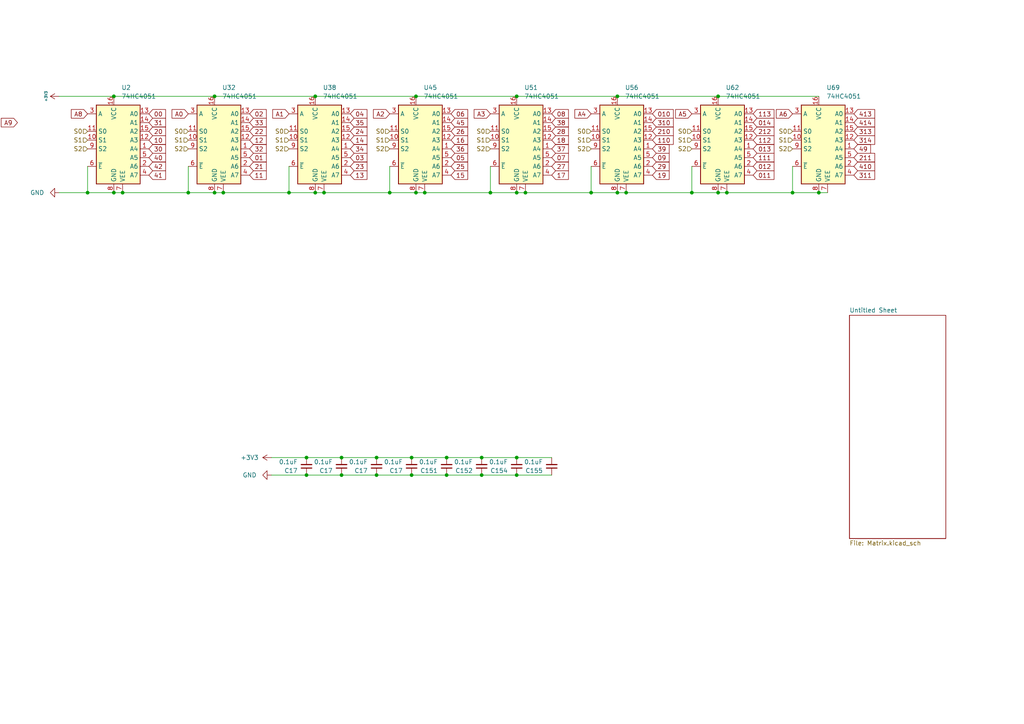
<source format=kicad_sch>
(kicad_sch (version 20231120) (generator "eeschema") (generator_version "8.0")
  (paper "A4")
  (lib_symbols
    (symbol "74xx:74HC4051"
      (property "Reference" "U" (at -5.08 11.43 0))
      (property "Value" "74HC4051" (at -7.62 -13.97 0))
      (symbol "74HC4051_0_1"
        (rectangle (start -5.08 10.16) (end 7.62 -12.7) (stroke (width 0.254)) (fill (type background)))
      )
      (symbol "74HC4051_1_1"
        (pin passive line (at 10.16 -2.54 180) (length 2.54) (name "A4") (number "1"))
        (pin input line (at -7.62 0 0) (length 2.54) (name "S1") (number "10"))
        (pin input line (at -7.62 2.54 0) (length 2.54) (name "S0") (number "11"))
        (pin passive line (at 10.16 0 180) (length 2.54) (name "A3") (number "12"))
        (pin passive line (at 10.16 7.62 180) (length 2.54) (name "A0") (number "13"))
        (pin passive line (at 10.16 5.08 180) (length 2.54) (name "A1") (number "14"))
        (pin passive line (at 10.16 2.54 180) (length 2.54) (name "A2") (number "15"))
        (pin power_in line (at 0 12.7 270) (length 2.54) (name "VCC") (number "16"))
        (pin passive line (at 10.16 -7.62 180) (length 2.54) (name "A6") (number "2"))
        (pin passive line (at -7.62 7.62 0) (length 2.54) (name "A") (number "3"))
        (pin passive line (at 10.16 -10.16 180) (length 2.54) (name "A7") (number "4"))
        (pin passive line (at 10.16 -5.08 180) (length 2.54) (name "A5") (number "5"))
        (pin input line (at -7.62 -7.62 0) (length 2.54) (name "~{E}") (number "6"))
        (pin power_in line (at 2.54 -15.24 90) (length 2.54) (name "VEE") (number "7"))
        (pin power_in line (at 0 -15.24 90) (length 2.54) (name "GND") (number "8"))
        (pin input line (at -7.62 -2.54 0) (length 2.54) (name "S2") (number "9"))
      )
    )
    (symbol "Device:C_Small" (pin_numbers hide) (pin_names (offset 0.254) hide)
      (property "Reference" "C" (at 0.254 1.778 0))
      (property "Value" "C_Small" (at 0.254 -2.032 0))
      (symbol "C_Small_0_1"
        (polyline (pts (xy -1.524 -0.508) (xy 1.524 -0.508)) (stroke (width 0.3302)))
        (polyline (pts (xy -1.524 0.508) (xy 1.524 0.508)) (stroke (width 0.3048)))
      )
      (symbol "C_Small_1_1"
        (pin passive line (at 0 2.54 270) (length 2.032) (name "~") (number "1"))
        (pin passive line (at 0 -2.54 90) (length 2.032) (name "~") (number "2"))
      )
    )
    (symbol "power:+3.3V" (power) (pin_names (offset 0))
      (property "Value" "+3.3V" (at 0 3.556 0))
      (symbol "+3.3V_0_1"
        (polyline (pts (xy -0.762 1.27) (xy 0 2.54)))
        (polyline (pts (xy 0 0) (xy 0 2.54)))
        (polyline (pts (xy 0 2.54) (xy 0.762 1.27)))
      )
      (symbol "+3.3V_1_1"
        (pin power_in line (at 0 0 90) (length 0) hide (name "+3V3") (number "1"))
      )
    )
    (symbol "power:+3V3" (power) (pin_names (offset 0))
      (property "Value" "+3V3" (at 0 3.556 0))
      (symbol "+3V3_0_1"
        (polyline (pts (xy -0.762 1.27) (xy 0 2.54)))
        (polyline (pts (xy 0 0) (xy 0 2.54)))
        (polyline (pts (xy 0 2.54) (xy 0.762 1.27)))
      )
      (symbol "+3V3_1_1"
        (pin power_in line (at 0 0 90) (length 0) hide (name "+3V3") (number "1"))
      )
    )
    (symbol "power:GND" (power) (pin_names (offset 0))
      (property "Value" "GND" (at 0 -3.81 0))
      (symbol "GND_0_1"
        (polyline (pts (xy 0 0) (xy 0 -1.27) (xy 1.27 -1.27) (xy 0 -2.54) (xy -1.27 -1.27) (xy 0 -1.27)))
      )
      (symbol "GND_1_1"
        (pin power_in line (at 0 0 270) (length 0) hide (name "GND") (number "1"))
      )
    )
  )
  (junction (at 91.44 27.94))
  (junction (at 109.22 132.715))
  (junction (at 33.02 27.94))
  (junction (at 64.77 55.88))
  (junction (at 119.38 132.715))
  (junction (at 229.87 55.88))
  (junction (at 99.06 137.795))
  (junction (at 210.82 55.88))
  (junction (at 149.86 132.715))
  (junction (at 139.7 137.795))
  (junction (at 83.82 55.88))
  (junction (at 120.65 55.88))
  (junction (at 181.61 55.88))
  (junction (at 99.06 132.715))
  (junction (at 113.03 55.88))
  (junction (at 179.07 27.94))
  (junction (at 62.23 55.88))
  (junction (at 142.24 55.88))
  (junction (at 33.02 55.88))
  (junction (at 171.45 55.88))
  (junction (at 129.54 137.795))
  (junction (at 149.86 137.795))
  (junction (at 123.19 55.88))
  (junction (at 129.54 132.715))
  (junction (at 179.07 55.88))
  (junction (at 208.28 55.88))
  (junction (at 93.98 55.88))
  (junction (at 88.9 132.715))
  (junction (at 62.23 27.94))
  (junction (at 25.4 55.88))
  (junction (at 35.56 55.88))
  (junction (at 152.4 55.88))
  (junction (at 149.86 55.88))
  (junction (at 237.49 55.88))
  (junction (at 139.7 132.715))
  (junction (at 88.9 137.795))
  (junction (at 120.65 27.94))
  (junction (at 109.22 137.795))
  (junction (at 208.28 27.94))
  (junction (at 119.38 137.795))
  (junction (at 91.44 55.88))
  (junction (at 149.86 27.94))
  (junction (at 54.61 55.88))
  (junction (at 200.66 55.88))
  (wire (pts (xy 33.02 55.88) (xy 35.56 55.88)))
  (wire (pts (xy 149.86 137.795) (xy 160.02 137.795)))
  (wire (pts (xy 17.145 55.88) (xy 25.4 55.88)))
  (wire (pts (xy 139.7 137.795) (xy 149.86 137.795)))
  (wire (pts (xy 149.86 132.715) (xy 160.02 132.715)))
  (wire (pts (xy 78.74 137.795) (xy 88.9 137.795)))
  (wire (pts (xy 25.4 48.26) (xy 25.4 55.88)))
  (wire (pts (xy 64.77 55.88) (xy 83.82 55.88)))
  (wire (pts (xy 93.98 55.88) (xy 113.03 55.88)))
  (wire (pts (xy 237.49 55.88) (xy 240.03 55.88)))
  (wire (pts (xy 152.4 55.88) (xy 171.45 55.88)))
  (wire (pts (xy 123.19 55.88) (xy 142.24 55.88)))
  (wire (pts (xy 83.82 48.26) (xy 83.82 55.88)))
  (wire (pts (xy 210.82 55.88) (xy 229.87 55.88)))
  (wire (pts (xy 120.65 55.88) (xy 123.19 55.88)))
  (wire (pts (xy 78.74 132.715) (xy 88.9 132.715)))
  (wire (pts (xy 62.23 55.88) (xy 64.77 55.88)))
  (wire (pts (xy 88.9 132.715) (xy 99.06 132.715)))
  (wire (pts (xy 181.61 55.88) (xy 200.66 55.88)))
  (wire (pts (xy 200.66 48.26) (xy 200.66 55.88)))
  (wire (pts (xy 119.38 132.715) (xy 129.54 132.715)))
  (wire (pts (xy 54.61 48.26) (xy 54.61 55.88)))
  (wire (pts (xy 129.54 132.715) (xy 139.7 132.715)))
  (wire (pts (xy 179.07 55.88) (xy 181.61 55.88)))
  (wire (pts (xy 109.22 137.795) (xy 119.38 137.795)))
  (wire (pts (xy 129.54 137.795) (xy 139.7 137.795)))
  (wire (pts (xy 120.65 27.94) (xy 149.86 27.94)))
  (wire (pts (xy 33.02 27.94) (xy 62.23 27.94)))
  (wire (pts (xy 35.56 55.88) (xy 54.61 55.88)))
  (wire (pts (xy 229.87 55.88) (xy 237.49 55.88)))
  (wire (pts (xy 179.07 27.94) (xy 208.28 27.94)))
  (wire (pts (xy 113.03 55.88) (xy 120.65 55.88)))
  (wire (pts (xy 113.03 48.26) (xy 113.03 55.88)))
  (wire (pts (xy 62.23 27.94) (xy 91.44 27.94)))
  (wire (pts (xy 149.86 55.88) (xy 152.4 55.88)))
  (wire (pts (xy 91.44 55.88) (xy 93.98 55.88)))
  (wire (pts (xy 109.22 132.715) (xy 119.38 132.715)))
  (wire (pts (xy 200.66 55.88) (xy 208.28 55.88)))
  (wire (pts (xy 91.44 27.94) (xy 120.65 27.94)))
  (wire (pts (xy 139.7 132.715) (xy 149.86 132.715)))
  (wire (pts (xy 99.06 137.795) (xy 109.22 137.795)))
  (wire (pts (xy 229.87 48.26) (xy 229.87 55.88)))
  (wire (pts (xy 208.28 55.88) (xy 210.82 55.88)))
  (wire (pts (xy 25.4 55.88) (xy 33.02 55.88)))
  (wire (pts (xy 208.28 27.94) (xy 237.49 27.94)))
  (wire (pts (xy 149.86 27.94) (xy 179.07 27.94)))
  (wire (pts (xy 83.82 55.88) (xy 91.44 55.88)))
  (wire (pts (xy 142.24 55.88) (xy 149.86 55.88)))
  (wire (pts (xy 171.45 55.88) (xy 179.07 55.88)))
  (wire (pts (xy 99.06 132.715) (xy 109.22 132.715)))
  (wire (pts (xy 142.24 48.26) (xy 142.24 55.88)))
  (wire (pts (xy 88.9 137.795) (xy 99.06 137.795)))
  (wire (pts (xy 54.61 55.88) (xy 62.23 55.88)))
  (wire (pts (xy 17.145 27.94) (xy 33.02 27.94)))
  (wire (pts (xy 119.38 137.795) (xy 129.54 137.795)))
  (wire (pts (xy 171.45 48.26) (xy 171.45 55.88)))
  (global_label "19" (shape input) (at 189.23 50.8 0) (property "Intersheetrefs" "${INTERSHEET_REFS}" (effects (hide yes))))
  (global_label "113" (shape input) (at 218.44 33.02 0) (property "Intersheetrefs" "${INTERSHEET_REFS}" (effects (hide yes))))
  (global_label "42" (shape input) (at 43.18 48.26 0) (property "Intersheetrefs" "${INTERSHEET_REFS}" (effects (hide yes))))
  (global_label "25" (shape input) (at 130.81 48.26 0) (property "Intersheetrefs" "${INTERSHEET_REFS}" (effects (hide yes))))
  (global_label "A8" (shape input) (at 25.4 33.02 180) (property "Intersheetrefs" "${INTERSHEET_REFS}" (effects (hide yes))))
  (global_label "36" (shape input) (at 130.81 43.18 0) (property "Intersheetrefs" "${INTERSHEET_REFS}" (effects (hide yes))))
  (global_label "410" (shape input) (at 247.65 48.26 0) (property "Intersheetrefs" "${INTERSHEET_REFS}" (effects (hide yes))))
  (global_label "413" (shape input) (at 247.65 33.02 0) (property "Intersheetrefs" "${INTERSHEET_REFS}" (effects (hide yes))))
  (global_label "A0" (shape input) (at 54.61 33.02 180) (property "Intersheetrefs" "${INTERSHEET_REFS}" (effects (hide yes))))
  (global_label "34" (shape input) (at 101.6 43.18 0) (property "Intersheetrefs" "${INTERSHEET_REFS}" (effects (hide yes))))
  (global_label "310" (shape input) (at 189.23 35.56 0) (property "Intersheetrefs" "${INTERSHEET_REFS}" (effects (hide yes))))
  (global_label "30" (shape input) (at 43.18 43.18 0) (property "Intersheetrefs" "${INTERSHEET_REFS}" (effects (hide yes))))
  (global_label "08" (shape input) (at 160.02 33.02 0) (property "Intersheetrefs" "${INTERSHEET_REFS}" (effects (hide yes))))
  (global_label "32" (shape input) (at 72.39 43.18 0) (property "Intersheetrefs" "${INTERSHEET_REFS}" (effects (hide yes))))
  (global_label "314" (shape input) (at 247.65 40.64 0) (property "Intersheetrefs" "${INTERSHEET_REFS}" (effects (hide yes))))
  (global_label "11" (shape input) (at 72.39 50.8 0) (property "Intersheetrefs" "${INTERSHEET_REFS}" (effects (hide yes))))
  (global_label "27" (shape input) (at 160.02 48.26 0) (property "Intersheetrefs" "${INTERSHEET_REFS}" (effects (hide yes))))
  (global_label "18" (shape input) (at 160.02 40.64 0) (property "Intersheetrefs" "${INTERSHEET_REFS}" (effects (hide yes))))
  (global_label "37" (shape input) (at 160.02 43.18 0) (property "Intersheetrefs" "${INTERSHEET_REFS}" (effects (hide yes))))
  (global_label "15" (shape input) (at 130.81 50.8 0) (property "Intersheetrefs" "${INTERSHEET_REFS}" (effects (hide yes))))
  (global_label "01" (shape input) (at 72.39 45.72 0) (property "Intersheetrefs" "${INTERSHEET_REFS}" (effects (hide yes))))
  (global_label "02" (shape input) (at 72.39 33.02 0) (property "Intersheetrefs" "${INTERSHEET_REFS}" (effects (hide yes))))
  (global_label "23" (shape input) (at 101.6 48.26 0) (property "Intersheetrefs" "${INTERSHEET_REFS}" (effects (hide yes))))
  (global_label "17" (shape input) (at 160.02 50.8 0) (property "Intersheetrefs" "${INTERSHEET_REFS}" (effects (hide yes))))
  (global_label "20" (shape input) (at 43.18 38.1 0) (property "Intersheetrefs" "${INTERSHEET_REFS}" (effects (hide yes))))
  (global_label "21" (shape input) (at 72.39 48.26 0) (property "Intersheetrefs" "${INTERSHEET_REFS}" (effects (hide yes))))
  (global_label "35" (shape input) (at 101.6 35.56 0) (property "Intersheetrefs" "${INTERSHEET_REFS}" (effects (hide yes))))
  (global_label "33" (shape input) (at 72.39 35.56 0) (property "Intersheetrefs" "${INTERSHEET_REFS}" (effects (hide yes))))
  (global_label "00" (shape input) (at 43.18 33.02 0) (property "Intersheetrefs" "${INTERSHEET_REFS}" (effects (hide yes))))
  (global_label "A3" (shape input) (at 142.24 33.02 180) (property "Intersheetrefs" "${INTERSHEET_REFS}" (effects (hide yes))))
  (global_label "04" (shape input) (at 101.6 33.02 0) (property "Intersheetrefs" "${INTERSHEET_REFS}" (effects (hide yes))))
  (global_label "12" (shape input) (at 72.39 40.64 0) (property "Intersheetrefs" "${INTERSHEET_REFS}" (effects (hide yes))))
  (global_label "212" (shape input) (at 218.44 38.1 0) (property "Intersheetrefs" "${INTERSHEET_REFS}" (effects (hide yes))))
  (global_label "41" (shape input) (at 43.18 50.8 0) (property "Intersheetrefs" "${INTERSHEET_REFS}" (effects (hide yes))))
  (global_label "A9" (shape input) (at 5.08 35.56 180) (property "Intersheetrefs" "${INTERSHEET_REFS}" (effects (hide yes))))
  (global_label "05" (shape input) (at 130.81 45.72 0) (property "Intersheetrefs" "${INTERSHEET_REFS}" (effects (hide yes))))
  (global_label "14" (shape input) (at 101.6 40.64 0) (property "Intersheetrefs" "${INTERSHEET_REFS}" (effects (hide yes))))
  (global_label "210" (shape input) (at 189.23 38.1 0) (property "Intersheetrefs" "${INTERSHEET_REFS}" (effects (hide yes))))
  (global_label "311" (shape input) (at 247.65 50.8 0) (property "Intersheetrefs" "${INTERSHEET_REFS}" (effects (hide yes))))
  (global_label "28" (shape input) (at 160.02 38.1 0) (property "Intersheetrefs" "${INTERSHEET_REFS}" (effects (hide yes))))
  (global_label "39" (shape input) (at 189.23 43.18 0) (property "Intersheetrefs" "${INTERSHEET_REFS}" (effects (hide yes))))
  (global_label "07" (shape input) (at 160.02 45.72 0) (property "Intersheetrefs" "${INTERSHEET_REFS}" (effects (hide yes))))
  (global_label "16" (shape input) (at 130.81 40.64 0) (property "Intersheetrefs" "${INTERSHEET_REFS}" (effects (hide yes))))
  (global_label "014" (shape input) (at 218.44 35.56 0) (property "Intersheetrefs" "${INTERSHEET_REFS}" (effects (hide yes))))
  (global_label "06" (shape input) (at 130.81 33.02 0) (property "Intersheetrefs" "${INTERSHEET_REFS}" (effects (hide yes))))
  (global_label "A1" (shape input) (at 83.82 33.02 180) (property "Intersheetrefs" "${INTERSHEET_REFS}" (effects (hide yes))))
  (global_label "10" (shape input) (at 43.18 40.64 0) (property "Intersheetrefs" "${INTERSHEET_REFS}" (effects (hide yes))))
  (global_label "011" (shape input) (at 218.44 50.8 0) (property "Intersheetrefs" "${INTERSHEET_REFS}" (effects (hide yes))))
  (global_label "013" (shape input) (at 218.44 43.18 0) (property "Intersheetrefs" "${INTERSHEET_REFS}" (effects (hide yes))))
  (global_label "110" (shape input) (at 189.23 40.64 0) (property "Intersheetrefs" "${INTERSHEET_REFS}" (effects (hide yes))))
  (global_label "29" (shape input) (at 189.23 48.26 0) (property "Intersheetrefs" "${INTERSHEET_REFS}" (effects (hide yes))))
  (global_label "40" (shape input) (at 43.18 45.72 0) (property "Intersheetrefs" "${INTERSHEET_REFS}" (effects (hide yes))))
  (global_label "49" (shape input) (at 247.65 43.18 0) (property "Intersheetrefs" "${INTERSHEET_REFS}" (effects (hide yes))))
  (global_label "38" (shape input) (at 160.02 35.56 0) (property "Intersheetrefs" "${INTERSHEET_REFS}" (effects (hide yes))))
  (global_label "111" (shape input) (at 218.44 45.72 0) (property "Intersheetrefs" "${INTERSHEET_REFS}" (effects (hide yes))))
  (global_label "414" (shape input) (at 247.65 35.56 0) (property "Intersheetrefs" "${INTERSHEET_REFS}" (effects (hide yes))))
  (global_label "313" (shape input) (at 247.65 38.1 0) (property "Intersheetrefs" "${INTERSHEET_REFS}" (effects (hide yes))))
  (global_label "A6" (shape input) (at 229.87 33.02 180) (property "Intersheetrefs" "${INTERSHEET_REFS}" (effects (hide yes))))
  (global_label "A5" (shape input) (at 200.66 33.02 180) (property "Intersheetrefs" "${INTERSHEET_REFS}" (effects (hide yes))))
  (global_label "09" (shape input) (at 189.23 45.72 0) (property "Intersheetrefs" "${INTERSHEET_REFS}" (effects (hide yes))))
  (global_label "24" (shape input) (at 101.6 38.1 0) (property "Intersheetrefs" "${INTERSHEET_REFS}" (effects (hide yes))))
  (global_label "45" (shape input) (at 130.81 35.56 0) (property "Intersheetrefs" "${INTERSHEET_REFS}" (effects (hide yes))))
  (global_label "26" (shape input) (at 130.81 38.1 0) (property "Intersheetrefs" "${INTERSHEET_REFS}" (effects (hide yes))))
  (global_label "22" (shape input) (at 72.39 38.1 0) (property "Intersheetrefs" "${INTERSHEET_REFS}" (effects (hide yes))))
  (global_label "31" (shape input) (at 43.18 35.56 0) (property "Intersheetrefs" "${INTERSHEET_REFS}" (effects (hide yes))))
  (global_label "A4" (shape input) (at 171.45 33.02 180) (property "Intersheetrefs" "${INTERSHEET_REFS}" (effects (hide yes))))
  (global_label "13" (shape input) (at 101.6 50.8 0) (property "Intersheetrefs" "${INTERSHEET_REFS}" (effects (hide yes))))
  (global_label "112" (shape input) (at 218.44 40.64 0) (property "Intersheetrefs" "${INTERSHEET_REFS}" (effects (hide yes))))
  (global_label "03" (shape input) (at 101.6 45.72 0) (property "Intersheetrefs" "${INTERSHEET_REFS}" (effects (hide yes))))
  (global_label "211" (shape input) (at 247.65 45.72 0) (property "Intersheetrefs" "${INTERSHEET_REFS}" (effects (hide yes))))
  (global_label "A2" (shape input) (at 113.03 33.02 180) (property "Intersheetrefs" "${INTERSHEET_REFS}" (effects (hide yes))))
  (global_label "010" (shape input) (at 189.23 33.02 0) (property "Intersheetrefs" "${INTERSHEET_REFS}" (effects (hide yes))))
  (global_label "012" (shape input) (at 218.44 48.26 0) (property "Intersheetrefs" "${INTERSHEET_REFS}" (effects (hide yes))))
  (hierarchical_label "S1" (shape input) (at 113.03 40.64 180))
  (hierarchical_label "S1" (shape input) (at 54.61 40.64 180))
  (hierarchical_label "S0" (shape input) (at 54.61 38.1 180))
  (hierarchical_label "S1" (shape input) (at 200.66 40.64 180))
  (hierarchical_label "S2" (shape input) (at 171.45 43.18 180))
  (hierarchical_label "S0" (shape input) (at 229.87 38.1 180))
  (hierarchical_label "S0" (shape input) (at 171.45 38.1 180))
  (hierarchical_label "S1" (shape input) (at 142.24 40.64 180))
  (hierarchical_label "S2" (shape input) (at 83.82 43.18 180))
  (hierarchical_label "S0" (shape input) (at 142.24 38.1 180))
  (hierarchical_label "S1" (shape input) (at 83.82 40.64 180))
  (hierarchical_label "S0" (shape input) (at 83.82 38.1 180))
  (hierarchical_label "S2" (shape input) (at 54.61 43.18 180))
  (hierarchical_label "S1" (shape input) (at 171.45 40.64 180))
  (hierarchical_label "S2" (shape input) (at 229.87 43.18 180))
  (hierarchical_label "S2" (shape input) (at 113.03 43.18 180))
  (hierarchical_label "S2" (shape input) (at 25.4 43.18 180))
  (hierarchical_label "S1" (shape input) (at 229.87 40.64 180))
  (hierarchical_label "S0" (shape input) (at 200.66 38.1 180))
  (hierarchical_label "S0" (shape input) (at 113.03 38.1 180))
  (hierarchical_label "S2" (shape input) (at 200.66 43.18 180))
  (hierarchical_label "S1" (shape input) (at 25.4 40.64 180))
  (hierarchical_label "S0" (shape input) (at 25.4 38.1 180))
  (hierarchical_label "S2" (shape input) (at 142.24 43.18 180))
  (symbol (lib_id "74xx:74HC4051") (at 237.49 40.64 0) (unit 1)
    (property "Reference" "U69" (at 239.6841 25.4 0) (effects (justify left)))
    (property "Value" "74HC4051" (at 239.6841 27.94 0) (effects (justify left)))
    (property "Footprint" "Package_SO:SSOP-16_4.4x5.2mm_P0.65mm" (effects (hide yes)))
    (property "Datasheet" "http://www.ti.com/lit/ds/symlink/cd74hc4051.pdf" (effects (hide yes)))
    (property "Description" "8-channel analog multiplexer/demultiplexer, DIP-16/SOIC-16/TSSOP-16" (effects (hide yes)))
  )
  (symbol (lib_id "Device:C_Small") (at 149.86 135.255 180) (unit 1)
    (property "Reference" "C154" (at 147.32 136.5188 0) (effects (justify left)))
    (property "Value" "0.1uF" (at 147.32 133.9788 0) (effects (justify left)))
    (property "Footprint" "Common_Footprint:C_0402" (effects (hide yes)))
  )
  (symbol (lib_id "power:+3.3V") (at 17.145 27.94 90) (unit 1)
    (property "Reference" "#PWR019" (effects (hide yes)))
    (property "Value" "+3V3" (at 13.335 27.94 0) (effects (font (size 0.762 0.762))))
  )
  (symbol (lib_id "74xx:74HC4051") (at 33.02 40.64 0) (unit 1)
    (property "Reference" "U2" (at 35.2141 25.4 0) (effects (justify left)))
    (property "Value" "74HC4051" (at 35.2141 27.94 0) (effects (justify left)))
    (property "Footprint" "Package_SO:SSOP-16_4.4x5.2mm_P0.65mm" (effects (hide yes)))
    (property "Datasheet" "http://www.ti.com/lit/ds/symlink/cd74hc4051.pdf" (effects (hide yes)))
    (property "Description" "8-channel analog multiplexer/demultiplexer, DIP-16/SOIC-16/TSSOP-16" (effects (hide yes)))
  )
  (symbol (lib_id "Device:C_Small") (at 160.02 135.255 180) (unit 1)
    (property "Reference" "C155" (at 157.48 136.5188 0) (effects (justify left)))
    (property "Value" "0.1uF" (at 157.48 133.9788 0) (effects (justify left)))
    (property "Footprint" "Common_Footprint:C_0402" (effects (hide yes)))
  )
  (symbol (lib_id "Device:C_Small") (at 109.22 135.255 180) (unit 1)
    (property "Reference" "C17" (at 106.68 136.5188 0) (effects (justify left)))
    (property "Value" "0.1uF" (at 106.68 133.9788 0) (effects (justify left)))
    (property "Footprint" "Common_Footprint:C_0402" (effects (hide yes)))
  )
  (symbol (lib_id "74xx:74HC4051") (at 208.28 40.64 0) (unit 1)
    (property "Reference" "U62" (at 210.4741 25.4 0) (effects (justify left)))
    (property "Value" "74HC4051" (at 210.4741 27.94 0) (effects (justify left)))
    (property "Footprint" "Package_SO:SSOP-16_4.4x5.2mm_P0.65mm" (effects (hide yes)))
    (property "Datasheet" "http://www.ti.com/lit/ds/symlink/cd74hc4051.pdf" (effects (hide yes)))
    (property "Description" "8-channel analog multiplexer/demultiplexer, DIP-16/SOIC-16/TSSOP-16" (effects (hide yes)))
  )
  (symbol (lib_id "74xx:74HC4051") (at 120.65 40.64 0) (unit 1)
    (property "Reference" "U45" (at 122.8441 25.4 0) (effects (justify left)))
    (property "Value" "74HC4051" (at 122.8441 27.94 0) (effects (justify left)))
    (property "Footprint" "Package_SO:SSOP-16_4.4x5.2mm_P0.65mm" (effects (hide yes)))
    (property "Datasheet" "http://www.ti.com/lit/ds/symlink/cd74hc4051.pdf" (effects (hide yes)))
    (property "Description" "8-channel analog multiplexer/demultiplexer, DIP-16/SOIC-16/TSSOP-16" (effects (hide yes)))
  )
  (symbol (lib_id "74xx:74HC4051") (at 91.44 40.64 0) (unit 1)
    (property "Reference" "U38" (at 93.6341 25.4 0) (effects (justify left)))
    (property "Value" "74HC4051" (at 93.6341 27.94 0) (effects (justify left)))
    (property "Footprint" "Package_SO:SSOP-16_4.4x5.2mm_P0.65mm" (effects (hide yes)))
    (property "Datasheet" "http://www.ti.com/lit/ds/symlink/cd74hc4051.pdf" (effects (hide yes)))
    (property "Description" "8-channel analog multiplexer/demultiplexer, DIP-16/SOIC-16/TSSOP-16" (effects (hide yes)))
  )
  (symbol (lib_id "74xx:74HC4051") (at 179.07 40.64 0) (unit 1)
    (property "Reference" "U56" (at 181.2641 25.4 0) (effects (justify left)))
    (property "Value" "74HC4051" (at 181.2641 27.94 0) (effects (justify left)))
    (property "Footprint" "Package_SO:SSOP-16_4.4x5.2mm_P0.65mm" (effects (hide yes)))
    (property "Datasheet" "http://www.ti.com/lit/ds/symlink/cd74hc4051.pdf" (effects (hide yes)))
    (property "Description" "8-channel analog multiplexer/demultiplexer, DIP-16/SOIC-16/TSSOP-16" (effects (hide yes)))
  )
  (symbol (lib_id "74xx:74HC4051") (at 62.23 40.64 0) (unit 1)
    (property "Reference" "U32" (at 64.4241 25.4 0) (effects (justify left)))
    (property "Value" "74HC4051" (at 64.4241 27.94 0) (effects (justify left)))
    (property "Footprint" "Package_SO:SSOP-16_4.4x5.2mm_P0.65mm" (effects (hide yes)))
    (property "Datasheet" "http://www.ti.com/lit/ds/symlink/cd74hc4051.pdf" (effects (hide yes)))
    (property "Description" "8-channel analog multiplexer/demultiplexer, DIP-16/SOIC-16/TSSOP-16" (effects (hide yes)))
  )
  (symbol (lib_id "power:GND") (at 78.74 137.795 270) (unit 1)
    (property "Reference" "#PWR0278" (effects (hide yes)))
    (property "Value" "GND" (at 72.39 137.795 90))
  )
  (symbol (lib_id "Device:C_Small") (at 99.06 135.255 180) (unit 1)
    (property "Reference" "C17" (at 96.52 136.5188 0) (effects (justify left)))
    (property "Value" "0.1uF" (at 96.52 133.9788 0) (effects (justify left)))
    (property "Footprint" "Common_Footprint:C_0402" (effects (hide yes)))
  )
  (symbol (lib_id "Device:C_Small") (at 139.7 135.255 180) (unit 1)
    (property "Reference" "C152" (at 137.16 136.5188 0) (effects (justify left)))
    (property "Value" "0.1uF" (at 137.16 133.9788 0) (effects (justify left)))
    (property "Footprint" "Common_Footprint:C_0402" (effects (hide yes)))
  )
  (symbol (lib_id "power:GND") (at 17.145 55.88 270) (unit 1)
    (property "Reference" "#PWR035" (effects (hide yes)))
    (property "Value" "GND" (at 10.795 55.88 90))
  )
  (symbol (lib_id "74xx:74HC4051") (at 149.86 40.64 0) (unit 1)
    (property "Reference" "U51" (at 152.0541 25.4 0) (effects (justify left)))
    (property "Value" "74HC4051" (at 152.0541 27.94 0) (effects (justify left)))
    (property "Footprint" "Package_SO:SSOP-16_4.4x5.2mm_P0.65mm" (effects (hide yes)))
    (property "Datasheet" "http://www.ti.com/lit/ds/symlink/cd74hc4051.pdf" (effects (hide yes)))
    (property "Description" "8-channel analog multiplexer/demultiplexer, DIP-16/SOIC-16/TSSOP-16" (effects (hide yes)))
  )
  (symbol (lib_id "Device:C_Small") (at 129.54 135.255 180) (unit 1)
    (property "Reference" "C151" (at 127 136.5188 0) (effects (justify left)))
    (property "Value" "0.1uF" (at 127 133.9788 0) (effects (justify left)))
    (property "Footprint" "Common_Footprint:C_0402" (effects (hide yes)))
  )
  (symbol (lib_id "Device:C_Small") (at 119.38 135.255 180) (unit 1)
    (property "Reference" "C17" (at 116.84 136.5188 0) (effects (justify left)))
    (property "Value" "0.1uF" (at 116.84 133.9788 0) (effects (justify left)))
    (property "Footprint" "Common_Footprint:C_0402" (effects (hide yes)))
  )
  (symbol (lib_id "power:+3V3") (at 78.74 132.715 90) (unit 1)
    (property "Reference" "#PWR0279" (effects (hide yes)))
    (property "Value" "+3V3" (at 72.39 132.715 90))
  )
  (symbol (lib_id "Device:C_Small") (at 88.9 135.255 180) (unit 1)
    (property "Reference" "C17" (at 86.36 136.5188 0) (effects (justify left)))
    (property "Value" "0.1uF" (at 86.36 133.9788 0) (effects (justify left)))
    (property "Footprint" "Common_Footprint:C_0402" (effects (hide yes)))
  )
  (sheet (at 246.38 91.44) (size 27.94 64.77) (stroke (width 0.1524))
    (property "Sheetname" "Untitled Sheet" (at 246.38 90.7284 0) (effects (justify left bottom)))
    (property "Sheetfile" "Matrix.kicad_sch" (at 246.38 156.7946 0) (effects (justify left top)))
  )
)
</source>
